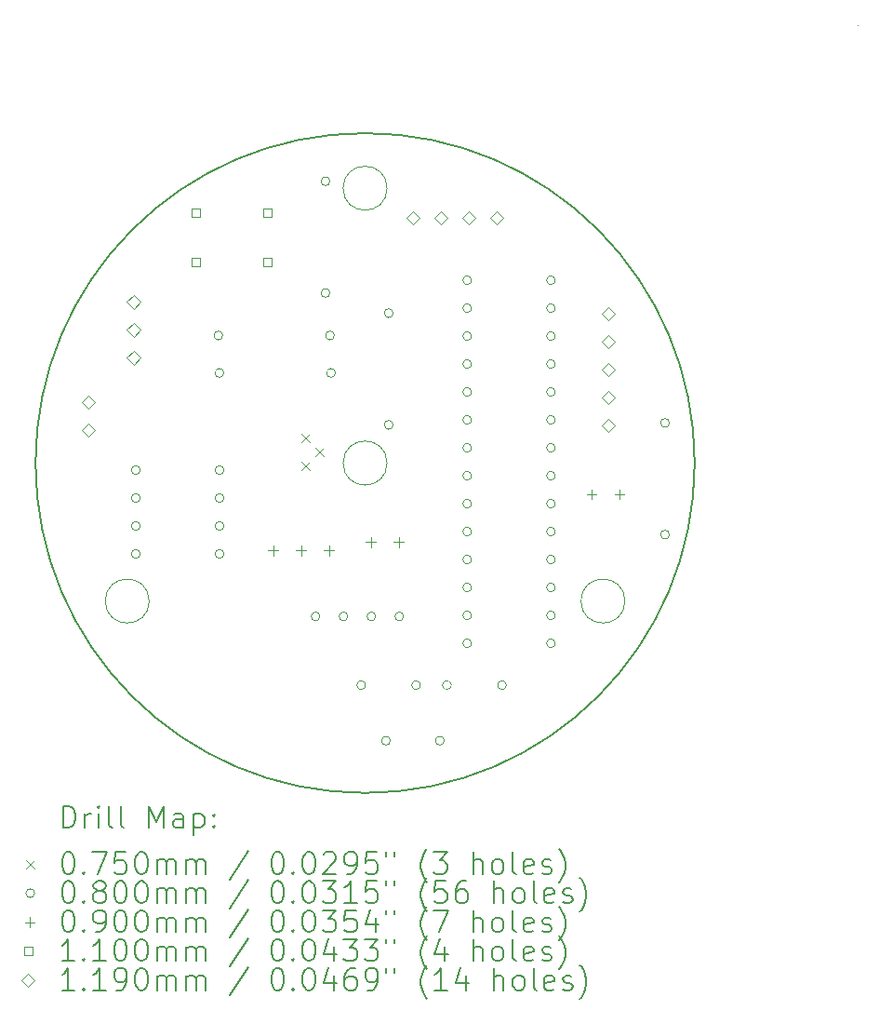
<source format=gbr>
%TF.GenerationSoftware,KiCad,Pcbnew,(6.0.7-1)-1*%
%TF.CreationDate,2022-10-28T21:41:43+05:30*%
%TF.ProjectId,Ac Temp Control V2,41632054-656d-4702-9043-6f6e74726f6c,rev?*%
%TF.SameCoordinates,Original*%
%TF.FileFunction,Drillmap*%
%TF.FilePolarity,Positive*%
%FSLAX45Y45*%
G04 Gerber Fmt 4.5, Leading zero omitted, Abs format (unit mm)*
G04 Created by KiCad (PCBNEW (6.0.7-1)-1) date 2022-10-28 21:41:43*
%MOMM*%
%LPD*%
G01*
G04 APERTURE LIST*
%ADD10C,0.100000*%
%ADD11C,0.150000*%
%ADD12C,0.200000*%
%ADD13C,0.075000*%
%ADD14C,0.080000*%
%ADD15C,0.090000*%
%ADD16C,0.110000*%
%ADD17C,0.119000*%
G04 APERTURE END LIST*
D10*
X16813180Y-11708180D02*
G75*
G03*
X16813180Y-11708180I-200000J0D01*
G01*
X14648180Y-10453180D02*
G75*
G03*
X14648180Y-10453180I-200000J0D01*
G01*
X12483180Y-11708180D02*
G75*
G03*
X12483180Y-11708180I-200000J0D01*
G01*
X14648180Y-7953180D02*
G75*
G03*
X14648180Y-7953180I-200000J0D01*
G01*
X18935000Y-6470000D02*
G75*
G03*
X18935000Y-6470000I0J0D01*
G01*
D11*
X17448180Y-10453180D02*
G75*
G03*
X17448180Y-10453180I-3000000J0D01*
G01*
D12*
D13*
X13867500Y-10187500D02*
X13942500Y-10262500D01*
X13942500Y-10187500D02*
X13867500Y-10262500D01*
X13867500Y-10441500D02*
X13942500Y-10516500D01*
X13942500Y-10441500D02*
X13867500Y-10516500D01*
X13994500Y-10314500D02*
X14069500Y-10389500D01*
X14069500Y-10314500D02*
X13994500Y-10389500D01*
D14*
X12401180Y-10516180D02*
G75*
G03*
X12401180Y-10516180I-40000J0D01*
G01*
X12401180Y-10770180D02*
G75*
G03*
X12401180Y-10770180I-40000J0D01*
G01*
X12401180Y-11024180D02*
G75*
G03*
X12401180Y-11024180I-40000J0D01*
G01*
X12401180Y-11278180D02*
G75*
G03*
X12401180Y-11278180I-40000J0D01*
G01*
X13152180Y-9293180D02*
G75*
G03*
X13152180Y-9293180I-40000J0D01*
G01*
X13162180Y-9633180D02*
G75*
G03*
X13162180Y-9633180I-40000J0D01*
G01*
X13163180Y-10516180D02*
G75*
G03*
X13163180Y-10516180I-40000J0D01*
G01*
X13163180Y-10770180D02*
G75*
G03*
X13163180Y-10770180I-40000J0D01*
G01*
X13163180Y-11024180D02*
G75*
G03*
X13163180Y-11024180I-40000J0D01*
G01*
X13163180Y-11278180D02*
G75*
G03*
X13163180Y-11278180I-40000J0D01*
G01*
X14036930Y-11848430D02*
G75*
G03*
X14036930Y-11848430I-40000J0D01*
G01*
X14128180Y-7890180D02*
G75*
G03*
X14128180Y-7890180I-40000J0D01*
G01*
X14128180Y-8906180D02*
G75*
G03*
X14128180Y-8906180I-40000J0D01*
G01*
X14168180Y-9293180D02*
G75*
G03*
X14168180Y-9293180I-40000J0D01*
G01*
X14178180Y-9633180D02*
G75*
G03*
X14178180Y-9633180I-40000J0D01*
G01*
X14290930Y-11848430D02*
G75*
G03*
X14290930Y-11848430I-40000J0D01*
G01*
X14453180Y-12473180D02*
G75*
G03*
X14453180Y-12473180I-40000J0D01*
G01*
X14544930Y-11848430D02*
G75*
G03*
X14544930Y-11848430I-40000J0D01*
G01*
X14678180Y-12978180D02*
G75*
G03*
X14678180Y-12978180I-40000J0D01*
G01*
X14703180Y-9090180D02*
G75*
G03*
X14703180Y-9090180I-40000J0D01*
G01*
X14703180Y-10106180D02*
G75*
G03*
X14703180Y-10106180I-40000J0D01*
G01*
X14798930Y-11848430D02*
G75*
G03*
X14798930Y-11848430I-40000J0D01*
G01*
X14953180Y-12473180D02*
G75*
G03*
X14953180Y-12473180I-40000J0D01*
G01*
X15168180Y-12978180D02*
G75*
G03*
X15168180Y-12978180I-40000J0D01*
G01*
X15233180Y-12473180D02*
G75*
G03*
X15233180Y-12473180I-40000J0D01*
G01*
X15418180Y-8790680D02*
G75*
G03*
X15418180Y-8790680I-40000J0D01*
G01*
X15418180Y-9044680D02*
G75*
G03*
X15418180Y-9044680I-40000J0D01*
G01*
X15418180Y-9298680D02*
G75*
G03*
X15418180Y-9298680I-40000J0D01*
G01*
X15418180Y-9552680D02*
G75*
G03*
X15418180Y-9552680I-40000J0D01*
G01*
X15418180Y-9806680D02*
G75*
G03*
X15418180Y-9806680I-40000J0D01*
G01*
X15418180Y-10060680D02*
G75*
G03*
X15418180Y-10060680I-40000J0D01*
G01*
X15418180Y-10314680D02*
G75*
G03*
X15418180Y-10314680I-40000J0D01*
G01*
X15418180Y-10568680D02*
G75*
G03*
X15418180Y-10568680I-40000J0D01*
G01*
X15418180Y-10822680D02*
G75*
G03*
X15418180Y-10822680I-40000J0D01*
G01*
X15418180Y-11076680D02*
G75*
G03*
X15418180Y-11076680I-40000J0D01*
G01*
X15418180Y-11330680D02*
G75*
G03*
X15418180Y-11330680I-40000J0D01*
G01*
X15418180Y-11584680D02*
G75*
G03*
X15418180Y-11584680I-40000J0D01*
G01*
X15418180Y-11838680D02*
G75*
G03*
X15418180Y-11838680I-40000J0D01*
G01*
X15418180Y-12092680D02*
G75*
G03*
X15418180Y-12092680I-40000J0D01*
G01*
X15733180Y-12473180D02*
G75*
G03*
X15733180Y-12473180I-40000J0D01*
G01*
X16180180Y-8790680D02*
G75*
G03*
X16180180Y-8790680I-40000J0D01*
G01*
X16180180Y-9044680D02*
G75*
G03*
X16180180Y-9044680I-40000J0D01*
G01*
X16180180Y-9298680D02*
G75*
G03*
X16180180Y-9298680I-40000J0D01*
G01*
X16180180Y-9552680D02*
G75*
G03*
X16180180Y-9552680I-40000J0D01*
G01*
X16180180Y-9806680D02*
G75*
G03*
X16180180Y-9806680I-40000J0D01*
G01*
X16180180Y-10060680D02*
G75*
G03*
X16180180Y-10060680I-40000J0D01*
G01*
X16180180Y-10314680D02*
G75*
G03*
X16180180Y-10314680I-40000J0D01*
G01*
X16180180Y-10568680D02*
G75*
G03*
X16180180Y-10568680I-40000J0D01*
G01*
X16180180Y-10822680D02*
G75*
G03*
X16180180Y-10822680I-40000J0D01*
G01*
X16180180Y-11076680D02*
G75*
G03*
X16180180Y-11076680I-40000J0D01*
G01*
X16180180Y-11330680D02*
G75*
G03*
X16180180Y-11330680I-40000J0D01*
G01*
X16180180Y-11584680D02*
G75*
G03*
X16180180Y-11584680I-40000J0D01*
G01*
X16180180Y-11838680D02*
G75*
G03*
X16180180Y-11838680I-40000J0D01*
G01*
X16180180Y-12092680D02*
G75*
G03*
X16180180Y-12092680I-40000J0D01*
G01*
X17218180Y-10088180D02*
G75*
G03*
X17218180Y-10088180I-40000J0D01*
G01*
X17218180Y-11104180D02*
G75*
G03*
X17218180Y-11104180I-40000J0D01*
G01*
D15*
X13610180Y-11203180D02*
X13610180Y-11293180D01*
X13565180Y-11248180D02*
X13655180Y-11248180D01*
X13864180Y-11203180D02*
X13864180Y-11293180D01*
X13819180Y-11248180D02*
X13909180Y-11248180D01*
X14118180Y-11203180D02*
X14118180Y-11293180D01*
X14073180Y-11248180D02*
X14163180Y-11248180D01*
X14499180Y-11128180D02*
X14499180Y-11218180D01*
X14454180Y-11173180D02*
X14544180Y-11173180D01*
X14753180Y-11128180D02*
X14753180Y-11218180D01*
X14708180Y-11173180D02*
X14798180Y-11173180D01*
X16509180Y-10693180D02*
X16509180Y-10783180D01*
X16464180Y-10738180D02*
X16554180Y-10738180D01*
X16763180Y-10693180D02*
X16763180Y-10783180D01*
X16718180Y-10738180D02*
X16808180Y-10738180D01*
D16*
X12947071Y-8217071D02*
X12947071Y-8139289D01*
X12869289Y-8139289D01*
X12869289Y-8217071D01*
X12947071Y-8217071D01*
X12947071Y-8667071D02*
X12947071Y-8589289D01*
X12869289Y-8589289D01*
X12869289Y-8667071D01*
X12947071Y-8667071D01*
X13597071Y-8217071D02*
X13597071Y-8139289D01*
X13519289Y-8139289D01*
X13519289Y-8217071D01*
X13597071Y-8217071D01*
X13597071Y-8667071D02*
X13597071Y-8589289D01*
X13519289Y-8589289D01*
X13519289Y-8667071D01*
X13597071Y-8667071D01*
D17*
X11928180Y-9958680D02*
X11987680Y-9899180D01*
X11928180Y-9839680D01*
X11868680Y-9899180D01*
X11928180Y-9958680D01*
X11928180Y-10212680D02*
X11987680Y-10153180D01*
X11928180Y-10093680D01*
X11868680Y-10153180D01*
X11928180Y-10212680D01*
X12340180Y-9048680D02*
X12399680Y-8989180D01*
X12340180Y-8929680D01*
X12280680Y-8989180D01*
X12340180Y-9048680D01*
X12340180Y-9302680D02*
X12399680Y-9243180D01*
X12340180Y-9183680D01*
X12280680Y-9243180D01*
X12340180Y-9302680D01*
X12340180Y-9556680D02*
X12399680Y-9497180D01*
X12340180Y-9437680D01*
X12280680Y-9497180D01*
X12340180Y-9556680D01*
X14887180Y-8279680D02*
X14946680Y-8220180D01*
X14887180Y-8160680D01*
X14827680Y-8220180D01*
X14887180Y-8279680D01*
X15141180Y-8279680D02*
X15200680Y-8220180D01*
X15141180Y-8160680D01*
X15081680Y-8220180D01*
X15141180Y-8279680D01*
X15395180Y-8279680D02*
X15454680Y-8220180D01*
X15395180Y-8160680D01*
X15335680Y-8220180D01*
X15395180Y-8279680D01*
X15649180Y-8279680D02*
X15708680Y-8220180D01*
X15649180Y-8160680D01*
X15589680Y-8220180D01*
X15649180Y-8279680D01*
X16665180Y-9154680D02*
X16724680Y-9095180D01*
X16665180Y-9035680D01*
X16605680Y-9095180D01*
X16665180Y-9154680D01*
X16665180Y-9408680D02*
X16724680Y-9349180D01*
X16665180Y-9289680D01*
X16605680Y-9349180D01*
X16665180Y-9408680D01*
X16665180Y-9662680D02*
X16724680Y-9603180D01*
X16665180Y-9543680D01*
X16605680Y-9603180D01*
X16665180Y-9662680D01*
X16665180Y-9916680D02*
X16724680Y-9857180D01*
X16665180Y-9797680D01*
X16605680Y-9857180D01*
X16665180Y-9916680D01*
X16665180Y-10170680D02*
X16724680Y-10111180D01*
X16665180Y-10051680D01*
X16605680Y-10111180D01*
X16665180Y-10170680D01*
D12*
X11698299Y-13771156D02*
X11698299Y-13571156D01*
X11745918Y-13571156D01*
X11774490Y-13580680D01*
X11793537Y-13599728D01*
X11803061Y-13618775D01*
X11812585Y-13656871D01*
X11812585Y-13685442D01*
X11803061Y-13723537D01*
X11793537Y-13742585D01*
X11774490Y-13761632D01*
X11745918Y-13771156D01*
X11698299Y-13771156D01*
X11898299Y-13771156D02*
X11898299Y-13637823D01*
X11898299Y-13675918D02*
X11907823Y-13656871D01*
X11917347Y-13647347D01*
X11936394Y-13637823D01*
X11955442Y-13637823D01*
X12022109Y-13771156D02*
X12022109Y-13637823D01*
X12022109Y-13571156D02*
X12012585Y-13580680D01*
X12022109Y-13590204D01*
X12031632Y-13580680D01*
X12022109Y-13571156D01*
X12022109Y-13590204D01*
X12145918Y-13771156D02*
X12126871Y-13761632D01*
X12117347Y-13742585D01*
X12117347Y-13571156D01*
X12250680Y-13771156D02*
X12231632Y-13761632D01*
X12222109Y-13742585D01*
X12222109Y-13571156D01*
X12479252Y-13771156D02*
X12479252Y-13571156D01*
X12545918Y-13714013D01*
X12612585Y-13571156D01*
X12612585Y-13771156D01*
X12793537Y-13771156D02*
X12793537Y-13666394D01*
X12784013Y-13647347D01*
X12764966Y-13637823D01*
X12726871Y-13637823D01*
X12707823Y-13647347D01*
X12793537Y-13761632D02*
X12774490Y-13771156D01*
X12726871Y-13771156D01*
X12707823Y-13761632D01*
X12698299Y-13742585D01*
X12698299Y-13723537D01*
X12707823Y-13704490D01*
X12726871Y-13694966D01*
X12774490Y-13694966D01*
X12793537Y-13685442D01*
X12888775Y-13637823D02*
X12888775Y-13837823D01*
X12888775Y-13647347D02*
X12907823Y-13637823D01*
X12945918Y-13637823D01*
X12964966Y-13647347D01*
X12974490Y-13656871D01*
X12984013Y-13675918D01*
X12984013Y-13733061D01*
X12974490Y-13752109D01*
X12964966Y-13761632D01*
X12945918Y-13771156D01*
X12907823Y-13771156D01*
X12888775Y-13761632D01*
X13069728Y-13752109D02*
X13079252Y-13761632D01*
X13069728Y-13771156D01*
X13060204Y-13761632D01*
X13069728Y-13752109D01*
X13069728Y-13771156D01*
X13069728Y-13647347D02*
X13079252Y-13656871D01*
X13069728Y-13666394D01*
X13060204Y-13656871D01*
X13069728Y-13647347D01*
X13069728Y-13666394D01*
D13*
X11365680Y-14063180D02*
X11440680Y-14138180D01*
X11440680Y-14063180D02*
X11365680Y-14138180D01*
D12*
X11736394Y-13991156D02*
X11755442Y-13991156D01*
X11774490Y-14000680D01*
X11784013Y-14010204D01*
X11793537Y-14029252D01*
X11803061Y-14067347D01*
X11803061Y-14114966D01*
X11793537Y-14153061D01*
X11784013Y-14172109D01*
X11774490Y-14181632D01*
X11755442Y-14191156D01*
X11736394Y-14191156D01*
X11717347Y-14181632D01*
X11707823Y-14172109D01*
X11698299Y-14153061D01*
X11688775Y-14114966D01*
X11688775Y-14067347D01*
X11698299Y-14029252D01*
X11707823Y-14010204D01*
X11717347Y-14000680D01*
X11736394Y-13991156D01*
X11888775Y-14172109D02*
X11898299Y-14181632D01*
X11888775Y-14191156D01*
X11879252Y-14181632D01*
X11888775Y-14172109D01*
X11888775Y-14191156D01*
X11964966Y-13991156D02*
X12098299Y-13991156D01*
X12012585Y-14191156D01*
X12269728Y-13991156D02*
X12174490Y-13991156D01*
X12164966Y-14086394D01*
X12174490Y-14076871D01*
X12193537Y-14067347D01*
X12241156Y-14067347D01*
X12260204Y-14076871D01*
X12269728Y-14086394D01*
X12279252Y-14105442D01*
X12279252Y-14153061D01*
X12269728Y-14172109D01*
X12260204Y-14181632D01*
X12241156Y-14191156D01*
X12193537Y-14191156D01*
X12174490Y-14181632D01*
X12164966Y-14172109D01*
X12403061Y-13991156D02*
X12422109Y-13991156D01*
X12441156Y-14000680D01*
X12450680Y-14010204D01*
X12460204Y-14029252D01*
X12469728Y-14067347D01*
X12469728Y-14114966D01*
X12460204Y-14153061D01*
X12450680Y-14172109D01*
X12441156Y-14181632D01*
X12422109Y-14191156D01*
X12403061Y-14191156D01*
X12384013Y-14181632D01*
X12374490Y-14172109D01*
X12364966Y-14153061D01*
X12355442Y-14114966D01*
X12355442Y-14067347D01*
X12364966Y-14029252D01*
X12374490Y-14010204D01*
X12384013Y-14000680D01*
X12403061Y-13991156D01*
X12555442Y-14191156D02*
X12555442Y-14057823D01*
X12555442Y-14076871D02*
X12564966Y-14067347D01*
X12584013Y-14057823D01*
X12612585Y-14057823D01*
X12631632Y-14067347D01*
X12641156Y-14086394D01*
X12641156Y-14191156D01*
X12641156Y-14086394D02*
X12650680Y-14067347D01*
X12669728Y-14057823D01*
X12698299Y-14057823D01*
X12717347Y-14067347D01*
X12726871Y-14086394D01*
X12726871Y-14191156D01*
X12822109Y-14191156D02*
X12822109Y-14057823D01*
X12822109Y-14076871D02*
X12831632Y-14067347D01*
X12850680Y-14057823D01*
X12879252Y-14057823D01*
X12898299Y-14067347D01*
X12907823Y-14086394D01*
X12907823Y-14191156D01*
X12907823Y-14086394D02*
X12917347Y-14067347D01*
X12936394Y-14057823D01*
X12964966Y-14057823D01*
X12984013Y-14067347D01*
X12993537Y-14086394D01*
X12993537Y-14191156D01*
X13384013Y-13981632D02*
X13212585Y-14238775D01*
X13641156Y-13991156D02*
X13660204Y-13991156D01*
X13679252Y-14000680D01*
X13688775Y-14010204D01*
X13698299Y-14029252D01*
X13707823Y-14067347D01*
X13707823Y-14114966D01*
X13698299Y-14153061D01*
X13688775Y-14172109D01*
X13679252Y-14181632D01*
X13660204Y-14191156D01*
X13641156Y-14191156D01*
X13622109Y-14181632D01*
X13612585Y-14172109D01*
X13603061Y-14153061D01*
X13593537Y-14114966D01*
X13593537Y-14067347D01*
X13603061Y-14029252D01*
X13612585Y-14010204D01*
X13622109Y-14000680D01*
X13641156Y-13991156D01*
X13793537Y-14172109D02*
X13803061Y-14181632D01*
X13793537Y-14191156D01*
X13784013Y-14181632D01*
X13793537Y-14172109D01*
X13793537Y-14191156D01*
X13926871Y-13991156D02*
X13945918Y-13991156D01*
X13964966Y-14000680D01*
X13974490Y-14010204D01*
X13984013Y-14029252D01*
X13993537Y-14067347D01*
X13993537Y-14114966D01*
X13984013Y-14153061D01*
X13974490Y-14172109D01*
X13964966Y-14181632D01*
X13945918Y-14191156D01*
X13926871Y-14191156D01*
X13907823Y-14181632D01*
X13898299Y-14172109D01*
X13888775Y-14153061D01*
X13879252Y-14114966D01*
X13879252Y-14067347D01*
X13888775Y-14029252D01*
X13898299Y-14010204D01*
X13907823Y-14000680D01*
X13926871Y-13991156D01*
X14069728Y-14010204D02*
X14079252Y-14000680D01*
X14098299Y-13991156D01*
X14145918Y-13991156D01*
X14164966Y-14000680D01*
X14174490Y-14010204D01*
X14184013Y-14029252D01*
X14184013Y-14048299D01*
X14174490Y-14076871D01*
X14060204Y-14191156D01*
X14184013Y-14191156D01*
X14279252Y-14191156D02*
X14317347Y-14191156D01*
X14336394Y-14181632D01*
X14345918Y-14172109D01*
X14364966Y-14143537D01*
X14374490Y-14105442D01*
X14374490Y-14029252D01*
X14364966Y-14010204D01*
X14355442Y-14000680D01*
X14336394Y-13991156D01*
X14298299Y-13991156D01*
X14279252Y-14000680D01*
X14269728Y-14010204D01*
X14260204Y-14029252D01*
X14260204Y-14076871D01*
X14269728Y-14095918D01*
X14279252Y-14105442D01*
X14298299Y-14114966D01*
X14336394Y-14114966D01*
X14355442Y-14105442D01*
X14364966Y-14095918D01*
X14374490Y-14076871D01*
X14555442Y-13991156D02*
X14460204Y-13991156D01*
X14450680Y-14086394D01*
X14460204Y-14076871D01*
X14479252Y-14067347D01*
X14526871Y-14067347D01*
X14545918Y-14076871D01*
X14555442Y-14086394D01*
X14564966Y-14105442D01*
X14564966Y-14153061D01*
X14555442Y-14172109D01*
X14545918Y-14181632D01*
X14526871Y-14191156D01*
X14479252Y-14191156D01*
X14460204Y-14181632D01*
X14450680Y-14172109D01*
X14641156Y-13991156D02*
X14641156Y-14029252D01*
X14717347Y-13991156D02*
X14717347Y-14029252D01*
X15012585Y-14267347D02*
X15003061Y-14257823D01*
X14984013Y-14229252D01*
X14974490Y-14210204D01*
X14964966Y-14181632D01*
X14955442Y-14134013D01*
X14955442Y-14095918D01*
X14964966Y-14048299D01*
X14974490Y-14019728D01*
X14984013Y-14000680D01*
X15003061Y-13972109D01*
X15012585Y-13962585D01*
X15069728Y-13991156D02*
X15193537Y-13991156D01*
X15126871Y-14067347D01*
X15155442Y-14067347D01*
X15174490Y-14076871D01*
X15184013Y-14086394D01*
X15193537Y-14105442D01*
X15193537Y-14153061D01*
X15184013Y-14172109D01*
X15174490Y-14181632D01*
X15155442Y-14191156D01*
X15098299Y-14191156D01*
X15079252Y-14181632D01*
X15069728Y-14172109D01*
X15431632Y-14191156D02*
X15431632Y-13991156D01*
X15517347Y-14191156D02*
X15517347Y-14086394D01*
X15507823Y-14067347D01*
X15488775Y-14057823D01*
X15460204Y-14057823D01*
X15441156Y-14067347D01*
X15431632Y-14076871D01*
X15641156Y-14191156D02*
X15622109Y-14181632D01*
X15612585Y-14172109D01*
X15603061Y-14153061D01*
X15603061Y-14095918D01*
X15612585Y-14076871D01*
X15622109Y-14067347D01*
X15641156Y-14057823D01*
X15669728Y-14057823D01*
X15688775Y-14067347D01*
X15698299Y-14076871D01*
X15707823Y-14095918D01*
X15707823Y-14153061D01*
X15698299Y-14172109D01*
X15688775Y-14181632D01*
X15669728Y-14191156D01*
X15641156Y-14191156D01*
X15822109Y-14191156D02*
X15803061Y-14181632D01*
X15793537Y-14162585D01*
X15793537Y-13991156D01*
X15974490Y-14181632D02*
X15955442Y-14191156D01*
X15917347Y-14191156D01*
X15898299Y-14181632D01*
X15888775Y-14162585D01*
X15888775Y-14086394D01*
X15898299Y-14067347D01*
X15917347Y-14057823D01*
X15955442Y-14057823D01*
X15974490Y-14067347D01*
X15984013Y-14086394D01*
X15984013Y-14105442D01*
X15888775Y-14124490D01*
X16060204Y-14181632D02*
X16079252Y-14191156D01*
X16117347Y-14191156D01*
X16136394Y-14181632D01*
X16145918Y-14162585D01*
X16145918Y-14153061D01*
X16136394Y-14134013D01*
X16117347Y-14124490D01*
X16088775Y-14124490D01*
X16069728Y-14114966D01*
X16060204Y-14095918D01*
X16060204Y-14086394D01*
X16069728Y-14067347D01*
X16088775Y-14057823D01*
X16117347Y-14057823D01*
X16136394Y-14067347D01*
X16212585Y-14267347D02*
X16222109Y-14257823D01*
X16241156Y-14229252D01*
X16250680Y-14210204D01*
X16260204Y-14181632D01*
X16269728Y-14134013D01*
X16269728Y-14095918D01*
X16260204Y-14048299D01*
X16250680Y-14019728D01*
X16241156Y-14000680D01*
X16222109Y-13972109D01*
X16212585Y-13962585D01*
D14*
X11440680Y-14364680D02*
G75*
G03*
X11440680Y-14364680I-40000J0D01*
G01*
D12*
X11736394Y-14255156D02*
X11755442Y-14255156D01*
X11774490Y-14264680D01*
X11784013Y-14274204D01*
X11793537Y-14293252D01*
X11803061Y-14331347D01*
X11803061Y-14378966D01*
X11793537Y-14417061D01*
X11784013Y-14436109D01*
X11774490Y-14445632D01*
X11755442Y-14455156D01*
X11736394Y-14455156D01*
X11717347Y-14445632D01*
X11707823Y-14436109D01*
X11698299Y-14417061D01*
X11688775Y-14378966D01*
X11688775Y-14331347D01*
X11698299Y-14293252D01*
X11707823Y-14274204D01*
X11717347Y-14264680D01*
X11736394Y-14255156D01*
X11888775Y-14436109D02*
X11898299Y-14445632D01*
X11888775Y-14455156D01*
X11879252Y-14445632D01*
X11888775Y-14436109D01*
X11888775Y-14455156D01*
X12012585Y-14340871D02*
X11993537Y-14331347D01*
X11984013Y-14321823D01*
X11974490Y-14302775D01*
X11974490Y-14293252D01*
X11984013Y-14274204D01*
X11993537Y-14264680D01*
X12012585Y-14255156D01*
X12050680Y-14255156D01*
X12069728Y-14264680D01*
X12079252Y-14274204D01*
X12088775Y-14293252D01*
X12088775Y-14302775D01*
X12079252Y-14321823D01*
X12069728Y-14331347D01*
X12050680Y-14340871D01*
X12012585Y-14340871D01*
X11993537Y-14350394D01*
X11984013Y-14359918D01*
X11974490Y-14378966D01*
X11974490Y-14417061D01*
X11984013Y-14436109D01*
X11993537Y-14445632D01*
X12012585Y-14455156D01*
X12050680Y-14455156D01*
X12069728Y-14445632D01*
X12079252Y-14436109D01*
X12088775Y-14417061D01*
X12088775Y-14378966D01*
X12079252Y-14359918D01*
X12069728Y-14350394D01*
X12050680Y-14340871D01*
X12212585Y-14255156D02*
X12231632Y-14255156D01*
X12250680Y-14264680D01*
X12260204Y-14274204D01*
X12269728Y-14293252D01*
X12279252Y-14331347D01*
X12279252Y-14378966D01*
X12269728Y-14417061D01*
X12260204Y-14436109D01*
X12250680Y-14445632D01*
X12231632Y-14455156D01*
X12212585Y-14455156D01*
X12193537Y-14445632D01*
X12184013Y-14436109D01*
X12174490Y-14417061D01*
X12164966Y-14378966D01*
X12164966Y-14331347D01*
X12174490Y-14293252D01*
X12184013Y-14274204D01*
X12193537Y-14264680D01*
X12212585Y-14255156D01*
X12403061Y-14255156D02*
X12422109Y-14255156D01*
X12441156Y-14264680D01*
X12450680Y-14274204D01*
X12460204Y-14293252D01*
X12469728Y-14331347D01*
X12469728Y-14378966D01*
X12460204Y-14417061D01*
X12450680Y-14436109D01*
X12441156Y-14445632D01*
X12422109Y-14455156D01*
X12403061Y-14455156D01*
X12384013Y-14445632D01*
X12374490Y-14436109D01*
X12364966Y-14417061D01*
X12355442Y-14378966D01*
X12355442Y-14331347D01*
X12364966Y-14293252D01*
X12374490Y-14274204D01*
X12384013Y-14264680D01*
X12403061Y-14255156D01*
X12555442Y-14455156D02*
X12555442Y-14321823D01*
X12555442Y-14340871D02*
X12564966Y-14331347D01*
X12584013Y-14321823D01*
X12612585Y-14321823D01*
X12631632Y-14331347D01*
X12641156Y-14350394D01*
X12641156Y-14455156D01*
X12641156Y-14350394D02*
X12650680Y-14331347D01*
X12669728Y-14321823D01*
X12698299Y-14321823D01*
X12717347Y-14331347D01*
X12726871Y-14350394D01*
X12726871Y-14455156D01*
X12822109Y-14455156D02*
X12822109Y-14321823D01*
X12822109Y-14340871D02*
X12831632Y-14331347D01*
X12850680Y-14321823D01*
X12879252Y-14321823D01*
X12898299Y-14331347D01*
X12907823Y-14350394D01*
X12907823Y-14455156D01*
X12907823Y-14350394D02*
X12917347Y-14331347D01*
X12936394Y-14321823D01*
X12964966Y-14321823D01*
X12984013Y-14331347D01*
X12993537Y-14350394D01*
X12993537Y-14455156D01*
X13384013Y-14245632D02*
X13212585Y-14502775D01*
X13641156Y-14255156D02*
X13660204Y-14255156D01*
X13679252Y-14264680D01*
X13688775Y-14274204D01*
X13698299Y-14293252D01*
X13707823Y-14331347D01*
X13707823Y-14378966D01*
X13698299Y-14417061D01*
X13688775Y-14436109D01*
X13679252Y-14445632D01*
X13660204Y-14455156D01*
X13641156Y-14455156D01*
X13622109Y-14445632D01*
X13612585Y-14436109D01*
X13603061Y-14417061D01*
X13593537Y-14378966D01*
X13593537Y-14331347D01*
X13603061Y-14293252D01*
X13612585Y-14274204D01*
X13622109Y-14264680D01*
X13641156Y-14255156D01*
X13793537Y-14436109D02*
X13803061Y-14445632D01*
X13793537Y-14455156D01*
X13784013Y-14445632D01*
X13793537Y-14436109D01*
X13793537Y-14455156D01*
X13926871Y-14255156D02*
X13945918Y-14255156D01*
X13964966Y-14264680D01*
X13974490Y-14274204D01*
X13984013Y-14293252D01*
X13993537Y-14331347D01*
X13993537Y-14378966D01*
X13984013Y-14417061D01*
X13974490Y-14436109D01*
X13964966Y-14445632D01*
X13945918Y-14455156D01*
X13926871Y-14455156D01*
X13907823Y-14445632D01*
X13898299Y-14436109D01*
X13888775Y-14417061D01*
X13879252Y-14378966D01*
X13879252Y-14331347D01*
X13888775Y-14293252D01*
X13898299Y-14274204D01*
X13907823Y-14264680D01*
X13926871Y-14255156D01*
X14060204Y-14255156D02*
X14184013Y-14255156D01*
X14117347Y-14331347D01*
X14145918Y-14331347D01*
X14164966Y-14340871D01*
X14174490Y-14350394D01*
X14184013Y-14369442D01*
X14184013Y-14417061D01*
X14174490Y-14436109D01*
X14164966Y-14445632D01*
X14145918Y-14455156D01*
X14088775Y-14455156D01*
X14069728Y-14445632D01*
X14060204Y-14436109D01*
X14374490Y-14455156D02*
X14260204Y-14455156D01*
X14317347Y-14455156D02*
X14317347Y-14255156D01*
X14298299Y-14283728D01*
X14279252Y-14302775D01*
X14260204Y-14312299D01*
X14555442Y-14255156D02*
X14460204Y-14255156D01*
X14450680Y-14350394D01*
X14460204Y-14340871D01*
X14479252Y-14331347D01*
X14526871Y-14331347D01*
X14545918Y-14340871D01*
X14555442Y-14350394D01*
X14564966Y-14369442D01*
X14564966Y-14417061D01*
X14555442Y-14436109D01*
X14545918Y-14445632D01*
X14526871Y-14455156D01*
X14479252Y-14455156D01*
X14460204Y-14445632D01*
X14450680Y-14436109D01*
X14641156Y-14255156D02*
X14641156Y-14293252D01*
X14717347Y-14255156D02*
X14717347Y-14293252D01*
X15012585Y-14531347D02*
X15003061Y-14521823D01*
X14984013Y-14493252D01*
X14974490Y-14474204D01*
X14964966Y-14445632D01*
X14955442Y-14398013D01*
X14955442Y-14359918D01*
X14964966Y-14312299D01*
X14974490Y-14283728D01*
X14984013Y-14264680D01*
X15003061Y-14236109D01*
X15012585Y-14226585D01*
X15184013Y-14255156D02*
X15088775Y-14255156D01*
X15079252Y-14350394D01*
X15088775Y-14340871D01*
X15107823Y-14331347D01*
X15155442Y-14331347D01*
X15174490Y-14340871D01*
X15184013Y-14350394D01*
X15193537Y-14369442D01*
X15193537Y-14417061D01*
X15184013Y-14436109D01*
X15174490Y-14445632D01*
X15155442Y-14455156D01*
X15107823Y-14455156D01*
X15088775Y-14445632D01*
X15079252Y-14436109D01*
X15364966Y-14255156D02*
X15326871Y-14255156D01*
X15307823Y-14264680D01*
X15298299Y-14274204D01*
X15279252Y-14302775D01*
X15269728Y-14340871D01*
X15269728Y-14417061D01*
X15279252Y-14436109D01*
X15288775Y-14445632D01*
X15307823Y-14455156D01*
X15345918Y-14455156D01*
X15364966Y-14445632D01*
X15374490Y-14436109D01*
X15384013Y-14417061D01*
X15384013Y-14369442D01*
X15374490Y-14350394D01*
X15364966Y-14340871D01*
X15345918Y-14331347D01*
X15307823Y-14331347D01*
X15288775Y-14340871D01*
X15279252Y-14350394D01*
X15269728Y-14369442D01*
X15622109Y-14455156D02*
X15622109Y-14255156D01*
X15707823Y-14455156D02*
X15707823Y-14350394D01*
X15698299Y-14331347D01*
X15679252Y-14321823D01*
X15650680Y-14321823D01*
X15631632Y-14331347D01*
X15622109Y-14340871D01*
X15831632Y-14455156D02*
X15812585Y-14445632D01*
X15803061Y-14436109D01*
X15793537Y-14417061D01*
X15793537Y-14359918D01*
X15803061Y-14340871D01*
X15812585Y-14331347D01*
X15831632Y-14321823D01*
X15860204Y-14321823D01*
X15879252Y-14331347D01*
X15888775Y-14340871D01*
X15898299Y-14359918D01*
X15898299Y-14417061D01*
X15888775Y-14436109D01*
X15879252Y-14445632D01*
X15860204Y-14455156D01*
X15831632Y-14455156D01*
X16012585Y-14455156D02*
X15993537Y-14445632D01*
X15984013Y-14426585D01*
X15984013Y-14255156D01*
X16164966Y-14445632D02*
X16145918Y-14455156D01*
X16107823Y-14455156D01*
X16088775Y-14445632D01*
X16079252Y-14426585D01*
X16079252Y-14350394D01*
X16088775Y-14331347D01*
X16107823Y-14321823D01*
X16145918Y-14321823D01*
X16164966Y-14331347D01*
X16174490Y-14350394D01*
X16174490Y-14369442D01*
X16079252Y-14388490D01*
X16250680Y-14445632D02*
X16269728Y-14455156D01*
X16307823Y-14455156D01*
X16326871Y-14445632D01*
X16336394Y-14426585D01*
X16336394Y-14417061D01*
X16326871Y-14398013D01*
X16307823Y-14388490D01*
X16279252Y-14388490D01*
X16260204Y-14378966D01*
X16250680Y-14359918D01*
X16250680Y-14350394D01*
X16260204Y-14331347D01*
X16279252Y-14321823D01*
X16307823Y-14321823D01*
X16326871Y-14331347D01*
X16403061Y-14531347D02*
X16412585Y-14521823D01*
X16431632Y-14493252D01*
X16441156Y-14474204D01*
X16450680Y-14445632D01*
X16460204Y-14398013D01*
X16460204Y-14359918D01*
X16450680Y-14312299D01*
X16441156Y-14283728D01*
X16431632Y-14264680D01*
X16412585Y-14236109D01*
X16403061Y-14226585D01*
D15*
X11395680Y-14583680D02*
X11395680Y-14673680D01*
X11350680Y-14628680D02*
X11440680Y-14628680D01*
D12*
X11736394Y-14519156D02*
X11755442Y-14519156D01*
X11774490Y-14528680D01*
X11784013Y-14538204D01*
X11793537Y-14557252D01*
X11803061Y-14595347D01*
X11803061Y-14642966D01*
X11793537Y-14681061D01*
X11784013Y-14700109D01*
X11774490Y-14709632D01*
X11755442Y-14719156D01*
X11736394Y-14719156D01*
X11717347Y-14709632D01*
X11707823Y-14700109D01*
X11698299Y-14681061D01*
X11688775Y-14642966D01*
X11688775Y-14595347D01*
X11698299Y-14557252D01*
X11707823Y-14538204D01*
X11717347Y-14528680D01*
X11736394Y-14519156D01*
X11888775Y-14700109D02*
X11898299Y-14709632D01*
X11888775Y-14719156D01*
X11879252Y-14709632D01*
X11888775Y-14700109D01*
X11888775Y-14719156D01*
X11993537Y-14719156D02*
X12031632Y-14719156D01*
X12050680Y-14709632D01*
X12060204Y-14700109D01*
X12079252Y-14671537D01*
X12088775Y-14633442D01*
X12088775Y-14557252D01*
X12079252Y-14538204D01*
X12069728Y-14528680D01*
X12050680Y-14519156D01*
X12012585Y-14519156D01*
X11993537Y-14528680D01*
X11984013Y-14538204D01*
X11974490Y-14557252D01*
X11974490Y-14604871D01*
X11984013Y-14623918D01*
X11993537Y-14633442D01*
X12012585Y-14642966D01*
X12050680Y-14642966D01*
X12069728Y-14633442D01*
X12079252Y-14623918D01*
X12088775Y-14604871D01*
X12212585Y-14519156D02*
X12231632Y-14519156D01*
X12250680Y-14528680D01*
X12260204Y-14538204D01*
X12269728Y-14557252D01*
X12279252Y-14595347D01*
X12279252Y-14642966D01*
X12269728Y-14681061D01*
X12260204Y-14700109D01*
X12250680Y-14709632D01*
X12231632Y-14719156D01*
X12212585Y-14719156D01*
X12193537Y-14709632D01*
X12184013Y-14700109D01*
X12174490Y-14681061D01*
X12164966Y-14642966D01*
X12164966Y-14595347D01*
X12174490Y-14557252D01*
X12184013Y-14538204D01*
X12193537Y-14528680D01*
X12212585Y-14519156D01*
X12403061Y-14519156D02*
X12422109Y-14519156D01*
X12441156Y-14528680D01*
X12450680Y-14538204D01*
X12460204Y-14557252D01*
X12469728Y-14595347D01*
X12469728Y-14642966D01*
X12460204Y-14681061D01*
X12450680Y-14700109D01*
X12441156Y-14709632D01*
X12422109Y-14719156D01*
X12403061Y-14719156D01*
X12384013Y-14709632D01*
X12374490Y-14700109D01*
X12364966Y-14681061D01*
X12355442Y-14642966D01*
X12355442Y-14595347D01*
X12364966Y-14557252D01*
X12374490Y-14538204D01*
X12384013Y-14528680D01*
X12403061Y-14519156D01*
X12555442Y-14719156D02*
X12555442Y-14585823D01*
X12555442Y-14604871D02*
X12564966Y-14595347D01*
X12584013Y-14585823D01*
X12612585Y-14585823D01*
X12631632Y-14595347D01*
X12641156Y-14614394D01*
X12641156Y-14719156D01*
X12641156Y-14614394D02*
X12650680Y-14595347D01*
X12669728Y-14585823D01*
X12698299Y-14585823D01*
X12717347Y-14595347D01*
X12726871Y-14614394D01*
X12726871Y-14719156D01*
X12822109Y-14719156D02*
X12822109Y-14585823D01*
X12822109Y-14604871D02*
X12831632Y-14595347D01*
X12850680Y-14585823D01*
X12879252Y-14585823D01*
X12898299Y-14595347D01*
X12907823Y-14614394D01*
X12907823Y-14719156D01*
X12907823Y-14614394D02*
X12917347Y-14595347D01*
X12936394Y-14585823D01*
X12964966Y-14585823D01*
X12984013Y-14595347D01*
X12993537Y-14614394D01*
X12993537Y-14719156D01*
X13384013Y-14509632D02*
X13212585Y-14766775D01*
X13641156Y-14519156D02*
X13660204Y-14519156D01*
X13679252Y-14528680D01*
X13688775Y-14538204D01*
X13698299Y-14557252D01*
X13707823Y-14595347D01*
X13707823Y-14642966D01*
X13698299Y-14681061D01*
X13688775Y-14700109D01*
X13679252Y-14709632D01*
X13660204Y-14719156D01*
X13641156Y-14719156D01*
X13622109Y-14709632D01*
X13612585Y-14700109D01*
X13603061Y-14681061D01*
X13593537Y-14642966D01*
X13593537Y-14595347D01*
X13603061Y-14557252D01*
X13612585Y-14538204D01*
X13622109Y-14528680D01*
X13641156Y-14519156D01*
X13793537Y-14700109D02*
X13803061Y-14709632D01*
X13793537Y-14719156D01*
X13784013Y-14709632D01*
X13793537Y-14700109D01*
X13793537Y-14719156D01*
X13926871Y-14519156D02*
X13945918Y-14519156D01*
X13964966Y-14528680D01*
X13974490Y-14538204D01*
X13984013Y-14557252D01*
X13993537Y-14595347D01*
X13993537Y-14642966D01*
X13984013Y-14681061D01*
X13974490Y-14700109D01*
X13964966Y-14709632D01*
X13945918Y-14719156D01*
X13926871Y-14719156D01*
X13907823Y-14709632D01*
X13898299Y-14700109D01*
X13888775Y-14681061D01*
X13879252Y-14642966D01*
X13879252Y-14595347D01*
X13888775Y-14557252D01*
X13898299Y-14538204D01*
X13907823Y-14528680D01*
X13926871Y-14519156D01*
X14060204Y-14519156D02*
X14184013Y-14519156D01*
X14117347Y-14595347D01*
X14145918Y-14595347D01*
X14164966Y-14604871D01*
X14174490Y-14614394D01*
X14184013Y-14633442D01*
X14184013Y-14681061D01*
X14174490Y-14700109D01*
X14164966Y-14709632D01*
X14145918Y-14719156D01*
X14088775Y-14719156D01*
X14069728Y-14709632D01*
X14060204Y-14700109D01*
X14364966Y-14519156D02*
X14269728Y-14519156D01*
X14260204Y-14614394D01*
X14269728Y-14604871D01*
X14288775Y-14595347D01*
X14336394Y-14595347D01*
X14355442Y-14604871D01*
X14364966Y-14614394D01*
X14374490Y-14633442D01*
X14374490Y-14681061D01*
X14364966Y-14700109D01*
X14355442Y-14709632D01*
X14336394Y-14719156D01*
X14288775Y-14719156D01*
X14269728Y-14709632D01*
X14260204Y-14700109D01*
X14545918Y-14585823D02*
X14545918Y-14719156D01*
X14498299Y-14509632D02*
X14450680Y-14652490D01*
X14574490Y-14652490D01*
X14641156Y-14519156D02*
X14641156Y-14557252D01*
X14717347Y-14519156D02*
X14717347Y-14557252D01*
X15012585Y-14795347D02*
X15003061Y-14785823D01*
X14984013Y-14757252D01*
X14974490Y-14738204D01*
X14964966Y-14709632D01*
X14955442Y-14662013D01*
X14955442Y-14623918D01*
X14964966Y-14576299D01*
X14974490Y-14547728D01*
X14984013Y-14528680D01*
X15003061Y-14500109D01*
X15012585Y-14490585D01*
X15069728Y-14519156D02*
X15203061Y-14519156D01*
X15117347Y-14719156D01*
X15431632Y-14719156D02*
X15431632Y-14519156D01*
X15517347Y-14719156D02*
X15517347Y-14614394D01*
X15507823Y-14595347D01*
X15488775Y-14585823D01*
X15460204Y-14585823D01*
X15441156Y-14595347D01*
X15431632Y-14604871D01*
X15641156Y-14719156D02*
X15622109Y-14709632D01*
X15612585Y-14700109D01*
X15603061Y-14681061D01*
X15603061Y-14623918D01*
X15612585Y-14604871D01*
X15622109Y-14595347D01*
X15641156Y-14585823D01*
X15669728Y-14585823D01*
X15688775Y-14595347D01*
X15698299Y-14604871D01*
X15707823Y-14623918D01*
X15707823Y-14681061D01*
X15698299Y-14700109D01*
X15688775Y-14709632D01*
X15669728Y-14719156D01*
X15641156Y-14719156D01*
X15822109Y-14719156D02*
X15803061Y-14709632D01*
X15793537Y-14690585D01*
X15793537Y-14519156D01*
X15974490Y-14709632D02*
X15955442Y-14719156D01*
X15917347Y-14719156D01*
X15898299Y-14709632D01*
X15888775Y-14690585D01*
X15888775Y-14614394D01*
X15898299Y-14595347D01*
X15917347Y-14585823D01*
X15955442Y-14585823D01*
X15974490Y-14595347D01*
X15984013Y-14614394D01*
X15984013Y-14633442D01*
X15888775Y-14652490D01*
X16060204Y-14709632D02*
X16079252Y-14719156D01*
X16117347Y-14719156D01*
X16136394Y-14709632D01*
X16145918Y-14690585D01*
X16145918Y-14681061D01*
X16136394Y-14662013D01*
X16117347Y-14652490D01*
X16088775Y-14652490D01*
X16069728Y-14642966D01*
X16060204Y-14623918D01*
X16060204Y-14614394D01*
X16069728Y-14595347D01*
X16088775Y-14585823D01*
X16117347Y-14585823D01*
X16136394Y-14595347D01*
X16212585Y-14795347D02*
X16222109Y-14785823D01*
X16241156Y-14757252D01*
X16250680Y-14738204D01*
X16260204Y-14709632D01*
X16269728Y-14662013D01*
X16269728Y-14623918D01*
X16260204Y-14576299D01*
X16250680Y-14547728D01*
X16241156Y-14528680D01*
X16222109Y-14500109D01*
X16212585Y-14490585D01*
D16*
X11424571Y-14931571D02*
X11424571Y-14853789D01*
X11346789Y-14853789D01*
X11346789Y-14931571D01*
X11424571Y-14931571D01*
D12*
X11803061Y-14983156D02*
X11688775Y-14983156D01*
X11745918Y-14983156D02*
X11745918Y-14783156D01*
X11726871Y-14811728D01*
X11707823Y-14830775D01*
X11688775Y-14840299D01*
X11888775Y-14964109D02*
X11898299Y-14973632D01*
X11888775Y-14983156D01*
X11879252Y-14973632D01*
X11888775Y-14964109D01*
X11888775Y-14983156D01*
X12088775Y-14983156D02*
X11974490Y-14983156D01*
X12031632Y-14983156D02*
X12031632Y-14783156D01*
X12012585Y-14811728D01*
X11993537Y-14830775D01*
X11974490Y-14840299D01*
X12212585Y-14783156D02*
X12231632Y-14783156D01*
X12250680Y-14792680D01*
X12260204Y-14802204D01*
X12269728Y-14821252D01*
X12279252Y-14859347D01*
X12279252Y-14906966D01*
X12269728Y-14945061D01*
X12260204Y-14964109D01*
X12250680Y-14973632D01*
X12231632Y-14983156D01*
X12212585Y-14983156D01*
X12193537Y-14973632D01*
X12184013Y-14964109D01*
X12174490Y-14945061D01*
X12164966Y-14906966D01*
X12164966Y-14859347D01*
X12174490Y-14821252D01*
X12184013Y-14802204D01*
X12193537Y-14792680D01*
X12212585Y-14783156D01*
X12403061Y-14783156D02*
X12422109Y-14783156D01*
X12441156Y-14792680D01*
X12450680Y-14802204D01*
X12460204Y-14821252D01*
X12469728Y-14859347D01*
X12469728Y-14906966D01*
X12460204Y-14945061D01*
X12450680Y-14964109D01*
X12441156Y-14973632D01*
X12422109Y-14983156D01*
X12403061Y-14983156D01*
X12384013Y-14973632D01*
X12374490Y-14964109D01*
X12364966Y-14945061D01*
X12355442Y-14906966D01*
X12355442Y-14859347D01*
X12364966Y-14821252D01*
X12374490Y-14802204D01*
X12384013Y-14792680D01*
X12403061Y-14783156D01*
X12555442Y-14983156D02*
X12555442Y-14849823D01*
X12555442Y-14868871D02*
X12564966Y-14859347D01*
X12584013Y-14849823D01*
X12612585Y-14849823D01*
X12631632Y-14859347D01*
X12641156Y-14878394D01*
X12641156Y-14983156D01*
X12641156Y-14878394D02*
X12650680Y-14859347D01*
X12669728Y-14849823D01*
X12698299Y-14849823D01*
X12717347Y-14859347D01*
X12726871Y-14878394D01*
X12726871Y-14983156D01*
X12822109Y-14983156D02*
X12822109Y-14849823D01*
X12822109Y-14868871D02*
X12831632Y-14859347D01*
X12850680Y-14849823D01*
X12879252Y-14849823D01*
X12898299Y-14859347D01*
X12907823Y-14878394D01*
X12907823Y-14983156D01*
X12907823Y-14878394D02*
X12917347Y-14859347D01*
X12936394Y-14849823D01*
X12964966Y-14849823D01*
X12984013Y-14859347D01*
X12993537Y-14878394D01*
X12993537Y-14983156D01*
X13384013Y-14773632D02*
X13212585Y-15030775D01*
X13641156Y-14783156D02*
X13660204Y-14783156D01*
X13679252Y-14792680D01*
X13688775Y-14802204D01*
X13698299Y-14821252D01*
X13707823Y-14859347D01*
X13707823Y-14906966D01*
X13698299Y-14945061D01*
X13688775Y-14964109D01*
X13679252Y-14973632D01*
X13660204Y-14983156D01*
X13641156Y-14983156D01*
X13622109Y-14973632D01*
X13612585Y-14964109D01*
X13603061Y-14945061D01*
X13593537Y-14906966D01*
X13593537Y-14859347D01*
X13603061Y-14821252D01*
X13612585Y-14802204D01*
X13622109Y-14792680D01*
X13641156Y-14783156D01*
X13793537Y-14964109D02*
X13803061Y-14973632D01*
X13793537Y-14983156D01*
X13784013Y-14973632D01*
X13793537Y-14964109D01*
X13793537Y-14983156D01*
X13926871Y-14783156D02*
X13945918Y-14783156D01*
X13964966Y-14792680D01*
X13974490Y-14802204D01*
X13984013Y-14821252D01*
X13993537Y-14859347D01*
X13993537Y-14906966D01*
X13984013Y-14945061D01*
X13974490Y-14964109D01*
X13964966Y-14973632D01*
X13945918Y-14983156D01*
X13926871Y-14983156D01*
X13907823Y-14973632D01*
X13898299Y-14964109D01*
X13888775Y-14945061D01*
X13879252Y-14906966D01*
X13879252Y-14859347D01*
X13888775Y-14821252D01*
X13898299Y-14802204D01*
X13907823Y-14792680D01*
X13926871Y-14783156D01*
X14164966Y-14849823D02*
X14164966Y-14983156D01*
X14117347Y-14773632D02*
X14069728Y-14916490D01*
X14193537Y-14916490D01*
X14250680Y-14783156D02*
X14374490Y-14783156D01*
X14307823Y-14859347D01*
X14336394Y-14859347D01*
X14355442Y-14868871D01*
X14364966Y-14878394D01*
X14374490Y-14897442D01*
X14374490Y-14945061D01*
X14364966Y-14964109D01*
X14355442Y-14973632D01*
X14336394Y-14983156D01*
X14279252Y-14983156D01*
X14260204Y-14973632D01*
X14250680Y-14964109D01*
X14441156Y-14783156D02*
X14564966Y-14783156D01*
X14498299Y-14859347D01*
X14526871Y-14859347D01*
X14545918Y-14868871D01*
X14555442Y-14878394D01*
X14564966Y-14897442D01*
X14564966Y-14945061D01*
X14555442Y-14964109D01*
X14545918Y-14973632D01*
X14526871Y-14983156D01*
X14469728Y-14983156D01*
X14450680Y-14973632D01*
X14441156Y-14964109D01*
X14641156Y-14783156D02*
X14641156Y-14821252D01*
X14717347Y-14783156D02*
X14717347Y-14821252D01*
X15012585Y-15059347D02*
X15003061Y-15049823D01*
X14984013Y-15021252D01*
X14974490Y-15002204D01*
X14964966Y-14973632D01*
X14955442Y-14926013D01*
X14955442Y-14887918D01*
X14964966Y-14840299D01*
X14974490Y-14811728D01*
X14984013Y-14792680D01*
X15003061Y-14764109D01*
X15012585Y-14754585D01*
X15174490Y-14849823D02*
X15174490Y-14983156D01*
X15126871Y-14773632D02*
X15079252Y-14916490D01*
X15203061Y-14916490D01*
X15431632Y-14983156D02*
X15431632Y-14783156D01*
X15517347Y-14983156D02*
X15517347Y-14878394D01*
X15507823Y-14859347D01*
X15488775Y-14849823D01*
X15460204Y-14849823D01*
X15441156Y-14859347D01*
X15431632Y-14868871D01*
X15641156Y-14983156D02*
X15622109Y-14973632D01*
X15612585Y-14964109D01*
X15603061Y-14945061D01*
X15603061Y-14887918D01*
X15612585Y-14868871D01*
X15622109Y-14859347D01*
X15641156Y-14849823D01*
X15669728Y-14849823D01*
X15688775Y-14859347D01*
X15698299Y-14868871D01*
X15707823Y-14887918D01*
X15707823Y-14945061D01*
X15698299Y-14964109D01*
X15688775Y-14973632D01*
X15669728Y-14983156D01*
X15641156Y-14983156D01*
X15822109Y-14983156D02*
X15803061Y-14973632D01*
X15793537Y-14954585D01*
X15793537Y-14783156D01*
X15974490Y-14973632D02*
X15955442Y-14983156D01*
X15917347Y-14983156D01*
X15898299Y-14973632D01*
X15888775Y-14954585D01*
X15888775Y-14878394D01*
X15898299Y-14859347D01*
X15917347Y-14849823D01*
X15955442Y-14849823D01*
X15974490Y-14859347D01*
X15984013Y-14878394D01*
X15984013Y-14897442D01*
X15888775Y-14916490D01*
X16060204Y-14973632D02*
X16079252Y-14983156D01*
X16117347Y-14983156D01*
X16136394Y-14973632D01*
X16145918Y-14954585D01*
X16145918Y-14945061D01*
X16136394Y-14926013D01*
X16117347Y-14916490D01*
X16088775Y-14916490D01*
X16069728Y-14906966D01*
X16060204Y-14887918D01*
X16060204Y-14878394D01*
X16069728Y-14859347D01*
X16088775Y-14849823D01*
X16117347Y-14849823D01*
X16136394Y-14859347D01*
X16212585Y-15059347D02*
X16222109Y-15049823D01*
X16241156Y-15021252D01*
X16250680Y-15002204D01*
X16260204Y-14973632D01*
X16269728Y-14926013D01*
X16269728Y-14887918D01*
X16260204Y-14840299D01*
X16250680Y-14811728D01*
X16241156Y-14792680D01*
X16222109Y-14764109D01*
X16212585Y-14754585D01*
D17*
X11381180Y-15216180D02*
X11440680Y-15156680D01*
X11381180Y-15097180D01*
X11321680Y-15156680D01*
X11381180Y-15216180D01*
D12*
X11803061Y-15247156D02*
X11688775Y-15247156D01*
X11745918Y-15247156D02*
X11745918Y-15047156D01*
X11726871Y-15075728D01*
X11707823Y-15094775D01*
X11688775Y-15104299D01*
X11888775Y-15228109D02*
X11898299Y-15237632D01*
X11888775Y-15247156D01*
X11879252Y-15237632D01*
X11888775Y-15228109D01*
X11888775Y-15247156D01*
X12088775Y-15247156D02*
X11974490Y-15247156D01*
X12031632Y-15247156D02*
X12031632Y-15047156D01*
X12012585Y-15075728D01*
X11993537Y-15094775D01*
X11974490Y-15104299D01*
X12184013Y-15247156D02*
X12222109Y-15247156D01*
X12241156Y-15237632D01*
X12250680Y-15228109D01*
X12269728Y-15199537D01*
X12279252Y-15161442D01*
X12279252Y-15085252D01*
X12269728Y-15066204D01*
X12260204Y-15056680D01*
X12241156Y-15047156D01*
X12203061Y-15047156D01*
X12184013Y-15056680D01*
X12174490Y-15066204D01*
X12164966Y-15085252D01*
X12164966Y-15132871D01*
X12174490Y-15151918D01*
X12184013Y-15161442D01*
X12203061Y-15170966D01*
X12241156Y-15170966D01*
X12260204Y-15161442D01*
X12269728Y-15151918D01*
X12279252Y-15132871D01*
X12403061Y-15047156D02*
X12422109Y-15047156D01*
X12441156Y-15056680D01*
X12450680Y-15066204D01*
X12460204Y-15085252D01*
X12469728Y-15123347D01*
X12469728Y-15170966D01*
X12460204Y-15209061D01*
X12450680Y-15228109D01*
X12441156Y-15237632D01*
X12422109Y-15247156D01*
X12403061Y-15247156D01*
X12384013Y-15237632D01*
X12374490Y-15228109D01*
X12364966Y-15209061D01*
X12355442Y-15170966D01*
X12355442Y-15123347D01*
X12364966Y-15085252D01*
X12374490Y-15066204D01*
X12384013Y-15056680D01*
X12403061Y-15047156D01*
X12555442Y-15247156D02*
X12555442Y-15113823D01*
X12555442Y-15132871D02*
X12564966Y-15123347D01*
X12584013Y-15113823D01*
X12612585Y-15113823D01*
X12631632Y-15123347D01*
X12641156Y-15142394D01*
X12641156Y-15247156D01*
X12641156Y-15142394D02*
X12650680Y-15123347D01*
X12669728Y-15113823D01*
X12698299Y-15113823D01*
X12717347Y-15123347D01*
X12726871Y-15142394D01*
X12726871Y-15247156D01*
X12822109Y-15247156D02*
X12822109Y-15113823D01*
X12822109Y-15132871D02*
X12831632Y-15123347D01*
X12850680Y-15113823D01*
X12879252Y-15113823D01*
X12898299Y-15123347D01*
X12907823Y-15142394D01*
X12907823Y-15247156D01*
X12907823Y-15142394D02*
X12917347Y-15123347D01*
X12936394Y-15113823D01*
X12964966Y-15113823D01*
X12984013Y-15123347D01*
X12993537Y-15142394D01*
X12993537Y-15247156D01*
X13384013Y-15037632D02*
X13212585Y-15294775D01*
X13641156Y-15047156D02*
X13660204Y-15047156D01*
X13679252Y-15056680D01*
X13688775Y-15066204D01*
X13698299Y-15085252D01*
X13707823Y-15123347D01*
X13707823Y-15170966D01*
X13698299Y-15209061D01*
X13688775Y-15228109D01*
X13679252Y-15237632D01*
X13660204Y-15247156D01*
X13641156Y-15247156D01*
X13622109Y-15237632D01*
X13612585Y-15228109D01*
X13603061Y-15209061D01*
X13593537Y-15170966D01*
X13593537Y-15123347D01*
X13603061Y-15085252D01*
X13612585Y-15066204D01*
X13622109Y-15056680D01*
X13641156Y-15047156D01*
X13793537Y-15228109D02*
X13803061Y-15237632D01*
X13793537Y-15247156D01*
X13784013Y-15237632D01*
X13793537Y-15228109D01*
X13793537Y-15247156D01*
X13926871Y-15047156D02*
X13945918Y-15047156D01*
X13964966Y-15056680D01*
X13974490Y-15066204D01*
X13984013Y-15085252D01*
X13993537Y-15123347D01*
X13993537Y-15170966D01*
X13984013Y-15209061D01*
X13974490Y-15228109D01*
X13964966Y-15237632D01*
X13945918Y-15247156D01*
X13926871Y-15247156D01*
X13907823Y-15237632D01*
X13898299Y-15228109D01*
X13888775Y-15209061D01*
X13879252Y-15170966D01*
X13879252Y-15123347D01*
X13888775Y-15085252D01*
X13898299Y-15066204D01*
X13907823Y-15056680D01*
X13926871Y-15047156D01*
X14164966Y-15113823D02*
X14164966Y-15247156D01*
X14117347Y-15037632D02*
X14069728Y-15180490D01*
X14193537Y-15180490D01*
X14355442Y-15047156D02*
X14317347Y-15047156D01*
X14298299Y-15056680D01*
X14288775Y-15066204D01*
X14269728Y-15094775D01*
X14260204Y-15132871D01*
X14260204Y-15209061D01*
X14269728Y-15228109D01*
X14279252Y-15237632D01*
X14298299Y-15247156D01*
X14336394Y-15247156D01*
X14355442Y-15237632D01*
X14364966Y-15228109D01*
X14374490Y-15209061D01*
X14374490Y-15161442D01*
X14364966Y-15142394D01*
X14355442Y-15132871D01*
X14336394Y-15123347D01*
X14298299Y-15123347D01*
X14279252Y-15132871D01*
X14269728Y-15142394D01*
X14260204Y-15161442D01*
X14469728Y-15247156D02*
X14507823Y-15247156D01*
X14526871Y-15237632D01*
X14536394Y-15228109D01*
X14555442Y-15199537D01*
X14564966Y-15161442D01*
X14564966Y-15085252D01*
X14555442Y-15066204D01*
X14545918Y-15056680D01*
X14526871Y-15047156D01*
X14488775Y-15047156D01*
X14469728Y-15056680D01*
X14460204Y-15066204D01*
X14450680Y-15085252D01*
X14450680Y-15132871D01*
X14460204Y-15151918D01*
X14469728Y-15161442D01*
X14488775Y-15170966D01*
X14526871Y-15170966D01*
X14545918Y-15161442D01*
X14555442Y-15151918D01*
X14564966Y-15132871D01*
X14641156Y-15047156D02*
X14641156Y-15085252D01*
X14717347Y-15047156D02*
X14717347Y-15085252D01*
X15012585Y-15323347D02*
X15003061Y-15313823D01*
X14984013Y-15285252D01*
X14974490Y-15266204D01*
X14964966Y-15237632D01*
X14955442Y-15190013D01*
X14955442Y-15151918D01*
X14964966Y-15104299D01*
X14974490Y-15075728D01*
X14984013Y-15056680D01*
X15003061Y-15028109D01*
X15012585Y-15018585D01*
X15193537Y-15247156D02*
X15079252Y-15247156D01*
X15136394Y-15247156D02*
X15136394Y-15047156D01*
X15117347Y-15075728D01*
X15098299Y-15094775D01*
X15079252Y-15104299D01*
X15364966Y-15113823D02*
X15364966Y-15247156D01*
X15317347Y-15037632D02*
X15269728Y-15180490D01*
X15393537Y-15180490D01*
X15622109Y-15247156D02*
X15622109Y-15047156D01*
X15707823Y-15247156D02*
X15707823Y-15142394D01*
X15698299Y-15123347D01*
X15679252Y-15113823D01*
X15650680Y-15113823D01*
X15631632Y-15123347D01*
X15622109Y-15132871D01*
X15831632Y-15247156D02*
X15812585Y-15237632D01*
X15803061Y-15228109D01*
X15793537Y-15209061D01*
X15793537Y-15151918D01*
X15803061Y-15132871D01*
X15812585Y-15123347D01*
X15831632Y-15113823D01*
X15860204Y-15113823D01*
X15879252Y-15123347D01*
X15888775Y-15132871D01*
X15898299Y-15151918D01*
X15898299Y-15209061D01*
X15888775Y-15228109D01*
X15879252Y-15237632D01*
X15860204Y-15247156D01*
X15831632Y-15247156D01*
X16012585Y-15247156D02*
X15993537Y-15237632D01*
X15984013Y-15218585D01*
X15984013Y-15047156D01*
X16164966Y-15237632D02*
X16145918Y-15247156D01*
X16107823Y-15247156D01*
X16088775Y-15237632D01*
X16079252Y-15218585D01*
X16079252Y-15142394D01*
X16088775Y-15123347D01*
X16107823Y-15113823D01*
X16145918Y-15113823D01*
X16164966Y-15123347D01*
X16174490Y-15142394D01*
X16174490Y-15161442D01*
X16079252Y-15180490D01*
X16250680Y-15237632D02*
X16269728Y-15247156D01*
X16307823Y-15247156D01*
X16326871Y-15237632D01*
X16336394Y-15218585D01*
X16336394Y-15209061D01*
X16326871Y-15190013D01*
X16307823Y-15180490D01*
X16279252Y-15180490D01*
X16260204Y-15170966D01*
X16250680Y-15151918D01*
X16250680Y-15142394D01*
X16260204Y-15123347D01*
X16279252Y-15113823D01*
X16307823Y-15113823D01*
X16326871Y-15123347D01*
X16403061Y-15323347D02*
X16412585Y-15313823D01*
X16431632Y-15285252D01*
X16441156Y-15266204D01*
X16450680Y-15237632D01*
X16460204Y-15190013D01*
X16460204Y-15151918D01*
X16450680Y-15104299D01*
X16441156Y-15075728D01*
X16431632Y-15056680D01*
X16412585Y-15028109D01*
X16403061Y-15018585D01*
M02*

</source>
